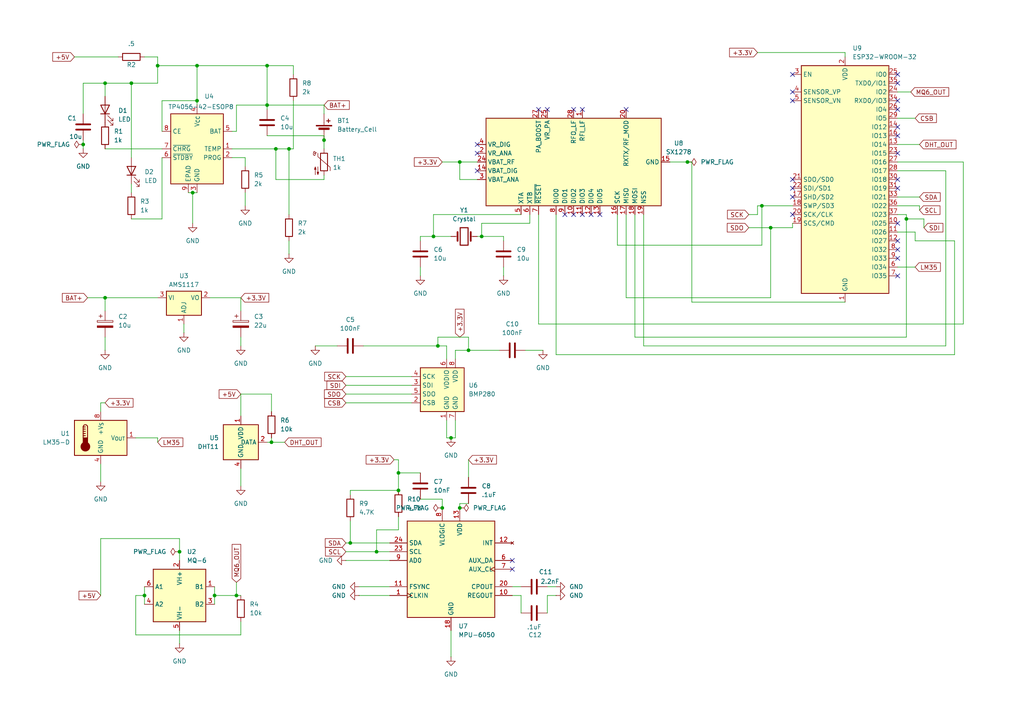
<source format=kicad_sch>
(kicad_sch (version 20250114) (generator "eeschema") (generator_version "9.0")
  (paper "A4")
  (lib_symbols
    (symbol "Battery_Management:TP4056-42-ESOP8"
      (property "Reference" "U" (at -6.604 11.684 0))
      (property "Value" "TP4056-42-ESOP8" (at 10.16 11.684 0))
      (symbol "TP4056-42-ESOP8_1_0"
        (pin input line (at -10.16 5.08 0) (length 2.54) (name "CE") (number "8"))
        (pin open_collector line (at -10.16 0 0) (length 2.54) (name "~{CHRG}") (number "7"))
        (pin open_collector line (at -10.16 -2.54 0) (length 2.54) (name "~{STDBY}") (number "6"))
        (pin passive line (at -2.54 -12.7 90) (length 2.54) (name "EPAD") (number "9"))
        (pin power_in line (at 0 12.7 270) (length 2.54) (name "V_{CC}") (number "4"))
        (pin power_in line (at 0 -12.7 90) (length 2.54) (name "GND") (number "3"))
        (pin power_out line (at 10.16 5.08 180) (length 2.54) (name "BAT") (number "5"))
        (pin input line (at 10.16 0 180) (length 2.54) (name "TEMP") (number "1"))
        (pin passive line (at 10.16 -2.54 180) (length 2.54) (name "PROG") (number "2"))
      )
    )
    (symbol "Device:Battery_Cell" (pin_numbers (hide yes)) (pin_names (offset 0) (hide yes))
      (property "Reference" "BT" (at 2.54 2.54 0))
      (property "Value" "Battery_Cell" (at 2.54 0 0))
      (symbol "Battery_Cell_1_1"
        (pin passive line (at 0 5.08 270) (length 2.54) (name "+") (number "1"))
        (pin passive line (at 0 -2.54 90) (length 2.54) (name "-") (number "2"))
      )
    )
    (symbol "Device:C" (pin_numbers (hide yes)) (pin_names (offset 0.254))
      (property "Reference" "C" (at 0.635 2.54 0))
      (property "Value" "C" (at 0.635 -2.54 0))
      (symbol "C_1_1"
        (pin passive line (at 0 3.81 270) (length 2.794) (name "~") (number "1"))
        (pin passive line (at 0 -3.81 90) (length 2.794) (name "~") (number "2"))
      )
    )
    (symbol "Device:C_Polarized" (pin_numbers (hide yes)) (pin_names (offset 0.254))
      (property "Reference" "C" (at 0.635 2.54 0))
      (property "Value" "C_Polarized" (at 0.635 -2.54 0))
      (symbol "C_Polarized_1_1"
        (pin passive line (at 0 3.81 270) (length 2.794) (name "~") (number "1"))
        (pin passive line (at 0 -3.81 90) (length 2.794) (name "~") (number "2"))
      )
    )
    (symbol "Device:Crystal" (pin_numbers (hide yes)) (pin_names (offset 1.016) (hide yes))
      (property "Reference" "Y" (at 0 3.81 0))
      (property "Value" "Crystal" (at 0 -3.81 0))
      (symbol "Crystal_1_1"
        (pin passive line (at -3.81 0 0) (length 1.27) (name "1") (number "1"))
        (pin passive line (at 3.81 0 180) (length 1.27) (name "2") (number "2"))
      )
    )
    (symbol "Device:LED" (pin_numbers (hide yes)) (pin_names (offset 1.016) (hide yes))
      (property "Reference" "D" (at 0 2.54 0))
      (property "Value" "LED" (at 0 -2.54 0))
      (symbol "LED_1_1"
        (pin passive line (at -3.81 0 0) (length 2.54) (name "K") (number "1"))
        (pin passive line (at 3.81 0 180) (length 2.54) (name "A") (number "2"))
      )
    )
    (symbol "Device:R" (pin_numbers (hide yes)) (pin_names (offset 0))
      (property "Reference" "R" (at 2.032 0 90))
      (property "Value" "R" (at 0 0 90))
      (symbol "R_1_1"
        (pin passive line (at 0 3.81 270) (length 1.27) (name "~") (number "1"))
        (pin passive line (at 0 -3.81 90) (length 1.27) (name "~") (number "2"))
      )
    )
    (symbol "Device:Thermistor_NTC" (pin_numbers (hide yes)) (pin_names (offset 0))
      (property "Reference" "TH" (at -4.445 0 90))
      (property "Value" "Thermistor_NTC" (at 3.175 0 90))
      (symbol "Thermistor_NTC_1_1"
        (pin passive line (at 0 3.81 270) (length 1.27) (name "~") (number "1"))
        (pin passive line (at 0 -3.81 90) (length 1.27) (name "~") (number "2"))
      )
    )
    (symbol "RF:SX1278"
      (property "Reference" "U" (at 13.97 24.13 0))
      (property "Value" "SX1278" (at 13.97 21.59 0))
      (symbol "SX1278_1_1"
        (pin bidirectional line (at -15.24 15.24 0) (length 2.54) (name "XTA") (number "5"))
        (pin bidirectional line (at -15.24 12.7 0) (length 2.54) (name "XTB") (number "6"))
        (pin input line (at -15.24 10.16 0) (length 2.54) (name "~{RESET}") (number "7"))
        (pin bidirectional line (at -15.24 5.08 0) (length 2.54) (name "DIO0") (number "8"))
        (pin bidirectional line (at -15.24 2.54 0) (length 2.54) (name "DIO1") (number "9"))
        (pin bidirectional line (at -15.24 0 0) (length 2.54) (name "DIO2") (number "10"))
        (pin bidirectional line (at -15.24 -2.54 0) (length 2.54) (name "DIO3") (number "11"))
        (pin bidirectional line (at -15.24 -5.08 0) (length 2.54) (name "DIO4") (number "12"))
        (pin bidirectional line (at -15.24 -7.62 0) (length 2.54) (name "DIO5") (number "13"))
        (pin input line (at -15.24 -12.7 0) (length 2.54) (name "SCK") (number "16"))
        (pin output line (at -15.24 -15.24 0) (length 2.54) (name "MISO") (number "17"))
        (pin input line (at -15.24 -17.78 0) (length 2.54) (name "MOSI") (number "18"))
        (pin input line (at -15.24 -20.32 0) (length 2.54) (name "NSS") (number "19"))
        (pin power_in line (at -5.08 27.94 270) (length 2.54) (name "VBAT_ANA") (number "3"))
        (pin power_in line (at -2.54 27.94 270) (length 2.54) (name "VBAT_DIG") (number "14"))
        (pin power_in line (at 0 27.94 270) (length 2.54) (name "VBAT_RF") (number "24"))
        (pin power_in line (at 0 -27.94 90) (length 2.54) (name "GND") (number "15"))
        (pin passive line (at 0 -27.94 90) (length 2.54) (hide yes) (name "GND") (number "21"))
        (pin passive line (at 0 -27.94 90) (length 2.54) (hide yes) (name "GND") (number "22"))
        (pin passive line (at 0 -27.94 90) (length 2.54) (hide yes) (name "GND") (number "23"))
        (pin passive line (at 0 -27.94 90) (length 2.54) (hide yes) (name "GND") (number "26"))
        (pin passive line (at 0 -27.94 90) (length 2.54) (hide yes) (name "GND") (number "29"))
        (pin power_in line (at 2.54 27.94 270) (length 2.54) (name "VR_ANA") (number "2"))
        (pin power_in line (at 5.08 27.94 270) (length 2.54) (name "VR_DIG") (number "4"))
        (pin power_out line (at 15.24 10.16 180) (length 2.54) (name "PA_BOOST") (number "27"))
        (pin power_out line (at 15.24 7.62 180) (length 2.54) (name "VR_PA") (number "25"))
        (pin output line (at 15.24 0 180) (length 2.54) (name "RFO_LF") (number "28"))
        (pin input line (at 15.24 -2.54 180) (length 2.54) (name "RFI_LF") (number "1"))
        (pin output line (at 15.24 -15.24 180) (length 2.54) (name "RXTX/RF_MOD") (number "20"))
      )
    )
    (symbol "RF_Module:ESP32-WROOM-32"
      (property "Reference" "U" (at -12.7 34.29 0))
      (property "Value" "ESP32-WROOM-32" (at 1.27 34.29 0))
      (symbol "ESP32-WROOM-32_1_1"
        (pin input line (at -15.24 30.48 0) (length 2.54) (name "EN") (number "3"))
        (pin input line (at -15.24 25.4 0) (length 2.54) (name "SENSOR_VP") (number "4"))
        (pin input line (at -15.24 22.86 0) (length 2.54) (name "SENSOR_VN") (number "5"))
        (pin bidirectional line (at -15.24 0 0) (length 2.54) (name "SDO/SD0") (number "21"))
        (pin bidirectional line (at -15.24 -2.54 0) (length 2.54) (name "SDI/SD1") (number "22"))
        (pin bidirectional line (at -15.24 -5.08 0) (length 2.54) (name "SHD/SD2") (number "17"))
        (pin bidirectional line (at -15.24 -7.62 0) (length 2.54) (name "SWP/SD3") (number "18"))
        (pin bidirectional line (at -15.24 -10.16 0) (length 2.54) (name "SCK/CLK") (number "20"))
        (pin bidirectional line (at -15.24 -12.7 0) (length 2.54) (name "SCS/CMD") (number "19"))
        (pin no_connect line (at -12.7 -27.94 0) (length 2.54) (hide yes) (name "NC") (number "32"))
        (pin power_in line (at 0 35.56 270) (length 2.54) (name "VDD") (number "2"))
        (pin power_in line (at 0 -35.56 90) (length 2.54) (name "GND") (number "1"))
        (pin passive line (at 0 -35.56 90) (length 2.54) (hide yes) (name "GND") (number "15"))
        (pin passive line (at 0 -35.56 90) (length 2.54) (hide yes) (name "GND") (number "38"))
        (pin passive line (at 0 -35.56 90) (length 2.54) (hide yes) (name "GND") (number "39"))
        (pin bidirectional line (at 15.24 30.48 180) (length 2.54) (name "IO0") (number "25"))
        (pin bidirectional line (at 15.24 27.94 180) (length 2.54) (name "TXD0/IO1") (number "35"))
        (pin bidirectional line (at 15.24 25.4 180) (length 2.54) (name "IO2") (number "24"))
        (pin bidirectional line (at 15.24 22.86 180) (length 2.54) (name "RXD0/IO3") (number "34"))
        (pin bidirectional line (at 15.24 20.32 180) (length 2.54) (name "IO4") (number "26"))
        (pin bidirectional line (at 15.24 17.78 180) (length 2.54) (name "IO5") (number "29"))
        (pin bidirectional line (at 15.24 15.24 180) (length 2.54) (name "IO12") (number "14"))
        (pin bidirectional line (at 15.24 12.7 180) (length 2.54) (name "IO13") (number "16"))
        (pin bidirectional line (at 15.24 10.16 180) (length 2.54) (name "IO14") (number "13"))
        (pin bidirectional line (at 15.24 7.62 180) (length 2.54) (name "IO15") (number "23"))
        (pin bidirectional line (at 15.24 5.08 180) (length 2.54) (name "IO16") (number "27"))
        (pin bidirectional line (at 15.24 2.54 180) (length 2.54) (name "IO17") (number "28"))
        (pin bidirectional line (at 15.24 0 180) (length 2.54) (name "IO18") (number "30"))
        (pin bidirectional line (at 15.24 -2.54 180) (length 2.54) (name "IO19") (number "31"))
        (pin bidirectional line (at 15.24 -5.08 180) (length 2.54) (name "IO21") (number "33"))
        (pin bidirectional line (at 15.24 -7.62 180) (length 2.54) (name "IO22") (number "36"))
        (pin bidirectional line (at 15.24 -10.16 180) (length 2.54) (name "IO23") (number "37"))
        (pin bidirectional line (at 15.24 -12.7 180) (length 2.54) (name "IO25") (number "10"))
        (pin bidirectional line (at 15.24 -15.24 180) (length 2.54) (name "IO26") (number "11"))
        (pin bidirectional line (at 15.24 -17.78 180) (length 2.54) (name "IO27") (number "12"))
        (pin bidirectional line (at 15.24 -20.32 180) (length 2.54) (name "IO32") (number "8"))
        (pin bidirectional line (at 15.24 -22.86 180) (length 2.54) (name "IO33") (number "9"))
        (pin input line (at 15.24 -25.4 180) (length 2.54) (name "IO34") (number "6"))
        (pin input line (at 15.24 -27.94 180) (length 2.54) (name "IO35") (number "7"))
      )
    )
    (symbol "Regulator_Linear:AMS1117"
      (property "Reference" "U" (at -3.81 3.175 0))
      (property "Value" "AMS1117" (at 0 3.175 0))
      (symbol "AMS1117_1_1"
        (pin power_in line (at -7.62 0 0) (length 2.54) (name "VI") (number "3"))
        (pin input line (at 0 -7.62 90) (length 2.54) (name "ADJ") (number "1"))
        (pin power_out line (at 7.62 0 180) (length 2.54) (name "VO") (number "2"))
      )
    )
    (symbol "Sensor:DHT11"
      (property "Reference" "U" (at -3.81 6.35 0))
      (property "Value" "DHT11" (at 3.81 6.35 0))
      (symbol "DHT11_1_1"
        (pin no_connect line (at -5.08 0 0) (length 2.54) (hide yes) (name "NC") (number "3"))
        (pin power_in line (at 0 7.62 270) (length 2.54) (name "VDD") (number "1"))
        (pin power_in line (at 0 -7.62 90) (length 2.54) (name "GND") (number "4"))
        (pin bidirectional line (at 7.62 0 180) (length 2.54) (name "DATA") (number "2"))
      )
    )
    (symbol "Sensor_Gas:MQ-6"
      (property "Reference" "U" (at -6.35 8.89 0))
      (property "Value" "MQ-6" (at 3.81 8.89 0))
      (symbol "MQ-6_1_1"
        (pin passive line (at -10.16 2.54 0) (length 2.54) (name "A1") (number "6"))
        (pin passive line (at -10.16 -2.54 0) (length 2.54) (name "A2") (number "4"))
        (pin power_in line (at 0 10.16 270) (length 2.54) (name "VH+") (number "2"))
        (pin power_in line (at 0 -10.16 90) (length 2.54) (name "VH-") (number "5"))
        (pin passive line (at 10.16 2.54 180) (length 2.54) (name "B1") (number "1"))
        (pin passive line (at 10.16 -2.54 180) (length 2.54) (name "B2") (number "3"))
      )
    )
    (symbol "Sensor_Motion:MPU-6050"
      (property "Reference" "U7" (at 2.1433 -16.51 0))
      (property "Value" "MPU-6050" (at 2.1433 -19.05 0))
      (symbol "MPU-6050_0_0"
        (text "" (at 12.7 -2.54 0) (effects (font (size 1.27 1.27))))
      )
      (symbol "MPU-6050_1_1"
        (pin bidirectional line (at -17.78 7.62 0) (length 5.08) (name "SDA") (number "24"))
        (pin input line (at -17.78 5.08 0) (length 5.08) (name "SCL") (number "23"))
        (pin input line (at -17.78 2.54 0) (length 5.08) (name "AD0") (number "9"))
        (pin input line (at -17.78 -5.08 0) (length 5.08) (name "FSYNC") (number "11"))
        (pin input clock (at -17.78 -7.62 0) (length 5.08) (name "CLKIN") (number "1"))
        (pin no_connect line (at -12.7 12.7 0) (length 2.54) (hide yes) (name "NC") (number "2"))
        (pin no_connect line (at -12.7 10.16 0) (length 2.54) (hide yes) (name "NC") (number "3"))
        (pin no_connect line (at -12.7 0 0) (length 2.54) (hide yes) (name "NC") (number "4"))
        (pin no_connect line (at -12.7 -2.54 0) (length 2.54) (hide yes) (name "NC") (number "5"))
        (pin no_connect line (at -12.7 -10.16 0) (length 2.54) (hide yes) (name "NC") (number "14"))
        (pin power_in line (at -2.54 17.78 270) (length 3.81) (name "VLOGIC") (number "8"))
        (pin power_in line (at 0 -17.78 90) (length 3.81) (name "GND") (number "18"))
        (pin power_in line (at 2.54 17.78 270) (length 3.81) (name "VDD") (number "13"))
        (pin no_connect line (at 12.7 12.7 180) (length 2.54) (hide yes) (name "NC") (number "15"))
        (pin no_connect line (at 12.7 10.16 180) (length 2.54) (hide yes) (name "NC") (number "16"))
        (pin no_connect line (at 12.7 5.08 180) (length 2.54) (hide yes) (name "NC") (number "17"))
        (pin no_connect line (at 12.7 -2.54 180) (length 2.54) (hide yes) (name "RESV") (number "21"))
        (pin no_connect line (at 12.7 -10.16 180) (length 2.54) (hide yes) (name "RESV") (number "19"))
        (pin no_connect line (at 12.7 -12.7 180) (length 2.54) (hide yes) (name "RESV") (number "22"))
        (pin no_connect line (at 17.78 7.62 180) (length 5.08) (name "INT") (number "12"))
        (pin bidirectional line (at 17.78 2.54 180) (length 5.08) (name "AUX_DA") (number "6"))
        (pin output clock (at 17.78 0 180) (length 5.08) (name "AUX_CL") (number "7"))
        (pin passive line (at 17.78 -5.08 180) (length 5.08) (name "CPOUT") (number "20"))
        (pin passive line (at 17.78 -7.62 180) (length 5.08) (name "REGOUT") (number "10"))
      )
    )
    (symbol "Sensor_Pressure:BMP280"
      (property "Reference" "U" (at -7.62 10.16 0))
      (property "Value" "BMP280" (at 5.08 10.16 0))
      (symbol "BMP280_1_1"
        (pin input line (at -10.16 5.08 0) (length 2.54) (name "SCK") (number "4"))
        (pin bidirectional line (at -10.16 2.54 0) (length 2.54) (name "SDI") (number "3"))
        (pin bidirectional line (at -10.16 0 0) (length 2.54) (name "SDO") (number "5"))
        (pin input line (at -10.16 -2.54 0) (length 2.54) (name "CSB") (number "2"))
        (pin power_in line (at 0 10.16 270) (length 2.54) (name "VDDIO") (number "6"))
        (pin power_in line (at 0 -7.62 90) (length 2.54) (name "GND") (number "1"))
        (pin power_in line (at 2.54 10.16 270) (length 2.54) (name "VDD") (number "8"))
        (pin power_in line (at 2.54 -7.62 90) (length 2.54) (name "GND") (number "7"))
      )
    )
    (symbol "Sensor_Temperature:LM35-D"
      (property "Reference" "U" (at -6.35 6.35 0))
      (property "Value" "LM35-D" (at 1.27 6.35 0))
      (symbol "LM35-D_1_1"
        (pin no_connect line (at -2.54 5.08 270) (length 2.54) (hide yes) (name "NC") (number "3"))
        (pin no_connect line (at -2.54 -5.08 90) (length 2.54) (hide yes) (name "NC") (number "2"))
        (pin power_in line (at 0 7.62 270) (length 2.54) (name "+V_{S}") (number "8"))
        (pin power_in line (at 0 -7.62 90) (length 2.54) (name "GND") (number "4"))
        (pin no_connect line (at 2.54 -5.08 90) (length 2.54) (hide yes) (name "NC") (number "5"))
        (pin no_connect line (at 5.08 -5.08 90) (length 2.54) (hide yes) (name "NC") (number "6"))
        (pin no_connect line (at 7.62 2.54 180) (length 2.54) (hide yes) (name "NC") (number "7"))
        (pin output line (at 10.16 0 180) (length 2.54) (name "V_{OUT}") (number "1"))
      )
    )
    (symbol "power:GND" (power) (pin_numbers (hide yes)) (pin_names (offset 0) (hide yes))
      (property "Value" "GND" (at 0 -3.81 0))
      (symbol "GND_1_1"
        (pin power_in line (at 0 0 270) (length 0) (name "~") (number "1"))
      )
    )
    (symbol "power:PWR_FLAG" (power) (pin_numbers (hide yes)) (pin_names (offset 0) (hide yes))
      (property "Value" "PWR_FLAG" (at 0 3.81 0))
      (symbol "PWR_FLAG_0_0"
        (pin power_out line (at 0 0 90) (length 0) (name "~") (number "1"))
      )
    )
  )
  (junction (at 128.27 147.32))
  (junction (at 52.07 160.02))
  (junction (at 55.88 55.88))
  (junction (at 68.58 172.72))
  (junction (at 57.15 29.21))
  (junction (at 220.98 59.69))
  (junction (at 57.15 19.05))
  (junction (at 139.7 68.58))
  (junction (at 93.98 40.64))
  (junction (at 109.22 160.02))
  (junction (at 30.48 24.13))
  (junction (at 130.81 127))
  (junction (at 125.73 68.58))
  (junction (at 77.47 19.05))
  (junction (at 127 100.33))
  (junction (at 223.52 66.04))
  (junction (at 30.48 86.36))
  (junction (at 262.89 63.5))
  (junction (at 45.72 19.05))
  (junction (at 83.82 43.18))
  (junction (at 135.89 101.6))
  (junction (at 133.35 46.99))
  (junction (at 115.57 142.24))
  (junction (at 115.57 137.16))
  (junction (at 78.74 128.27))
  (junction (at 101.6 157.48))
  (junction (at 199.39 46.99))
  (junction (at 62.23 172.72))
  (junction (at 77.47 30.48))
  (junction (at 41.91 172.72))
  (junction (at 38.1 24.13))
  (junction (at 80.01 43.18))
  (junction (at 24.13 41.91))
  (junction (at 133.35 147.32))
  (no_connect (at 260.35 54.61))
  (no_connect (at 229.87 57.15))
  (no_connect (at 148.59 162.56))
  (no_connect (at 260.35 21.59))
  (no_connect (at 168.91 31.75))
  (no_connect (at 171.45 62.23))
  (no_connect (at 229.87 21.59))
  (no_connect (at 229.87 54.61))
  (no_connect (at 260.35 31.75))
  (no_connect (at 229.87 26.67))
  (no_connect (at 260.35 80.01))
  (no_connect (at 260.35 52.07))
  (no_connect (at 156.21 31.75))
  (no_connect (at 229.87 29.21))
  (no_connect (at 260.35 72.39))
  (no_connect (at 138.43 44.45))
  (no_connect (at 181.61 31.75))
  (no_connect (at 229.87 52.07))
  (no_connect (at 166.37 31.75))
  (no_connect (at 163.83 62.23))
  (no_connect (at 260.35 39.37))
  (no_connect (at 138.43 49.53))
  (no_connect (at 260.35 24.13))
  (no_connect (at 173.99 62.23))
  (no_connect (at 260.35 74.93))
  (no_connect (at 260.35 69.85))
  (no_connect (at 166.37 62.23))
  (no_connect (at 260.35 29.21))
  (no_connect (at 260.35 44.45))
  (no_connect (at 260.35 36.83))
  (no_connect (at 138.43 41.91))
  (no_connect (at 229.87 62.23))
  (no_connect (at 148.59 165.1))
  (no_connect (at 168.91 62.23))
  (no_connect (at 158.75 31.75))
  (no_connect (at 260.35 64.77))
  (wire (pts (xy 245.11 87.63) (xy 200.66 87.63)))
  (wire (pts (xy 77.47 19.05) (xy 85.09 19.05)))
  (wire (pts (xy 229.87 66.04) (xy 229.87 64.77)))
  (wire (pts (xy 179.07 71.12) (xy 220.98 71.12)))
  (wire (pts (xy 132.08 101.6) (xy 132.08 104.14)))
  (wire (pts (xy 138.43 52.07) (xy 133.35 52.07)))
  (wire (pts (xy 260.35 77.47) (xy 265.43 77.47)))
  (wire (pts (xy 69.85 114.3) (xy 69.85 120.65)))
  (wire (pts (xy 60.96 86.36) (xy 69.85 86.36)))
  (wire (pts (xy 217.17 62.23) (xy 219.71 62.23)))
  (wire (pts (xy 52.07 182.88) (xy 52.07 186.69)))
  (wire (pts (xy 200.66 46.99) (xy 199.39 46.99)))
  (wire (pts (xy 144.78 101.6) (xy 135.89 101.6)))
  (wire (pts (xy 69.85 135.89) (xy 69.85 140.97)))
  (wire (pts (xy 46.99 38.1) (xy 46.99 29.21)))
  (wire (pts (xy 39.37 172.72) (xy 41.91 172.72)))
  (wire (pts (xy 129.54 121.92) (xy 129.54 127)))
  (wire (pts (xy 45.72 127) (xy 39.37 127)))
  (wire (pts (xy 128.27 144.78) (xy 128.27 147.32)))
  (wire (pts (xy 45.72 16.51) (xy 41.91 16.51)))
  (wire (pts (xy 30.48 24.13) (xy 38.1 24.13)))
  (wire (pts (xy 151.13 172.72) (xy 148.59 172.72)))
  (wire (pts (xy 57.15 19.05) (xy 77.47 19.05)))
  (wire (pts (xy 276.86 69.85) (xy 265.43 69.85)))
  (wire (pts (xy 67.31 38.1) (xy 68.58 38.1)))
  (wire (pts (xy 93.98 52.07) (xy 80.01 52.07)))
  (wire (pts (xy 85.09 29.21) (xy 85.09 43.18)))
  (wire (pts (xy 127 97.79) (xy 127 100.33)))
  (wire (pts (xy 153.67 62.23) (xy 153.67 64.77)))
  (wire (pts (xy 77.47 39.37) (xy 93.98 39.37)))
  (wire (pts (xy 91.44 100.33) (xy 97.79 100.33)))
  (wire (pts (xy 101.6 142.24) (xy 115.57 142.24)))
  (wire (pts (xy 260.35 59.69) (xy 266.7 59.69)))
  (wire (pts (xy 69.85 114.3) (xy 78.74 114.3)))
  (wire (pts (xy 219.71 59.69) (xy 220.98 59.69)))
  (wire (pts (xy 85.09 43.18) (xy 83.82 43.18)))
  (wire (pts (xy 266.7 59.69) (xy 266.7 60.96)))
  (wire (pts (xy 100.33 111.76) (xy 119.38 111.76)))
  (wire (pts (xy 260.35 26.67) (xy 264.16 26.67)))
  (wire (pts (xy 101.6 157.48) (xy 113.03 157.48)))
  (wire (pts (xy 133.35 46.99) (xy 138.43 46.99)))
  (wire (pts (xy 179.07 62.23) (xy 179.07 71.12)))
  (wire (pts (xy 109.22 153.67) (xy 109.22 160.02)))
  (wire (pts (xy 71.12 55.88) (xy 71.12 59.69)))
  (wire (pts (xy 139.7 68.58) (xy 146.05 68.58)))
  (wire (pts (xy 138.43 68.58) (xy 139.7 68.58)))
  (wire (pts (xy 25.4 86.36) (xy 30.48 86.36)))
  (wire (pts (xy 267.97 66.04) (xy 267.97 63.5)))
  (wire (pts (xy 45.72 128.27) (xy 45.72 127)))
  (wire (pts (xy 125.73 68.58) (xy 130.81 68.58)))
  (wire (pts (xy 77.47 30.48) (xy 77.47 31.75)))
  (wire (pts (xy 83.82 69.85) (xy 83.82 73.66)))
  (wire (pts (xy 57.15 19.05) (xy 57.15 29.21)))
  (wire (pts (xy 151.13 177.8) (xy 151.13 172.72)))
  (wire (pts (xy 29.21 134.62) (xy 29.21 139.7)))
  (wire (pts (xy 69.85 184.15) (xy 39.37 184.15)))
  (wire (pts (xy 24.13 33.02) (xy 24.13 24.13)))
  (wire (pts (xy 156.21 93.98) (xy 279.4 93.98)))
  (wire (pts (xy 41.91 170.18) (xy 41.91 172.72)))
  (wire (pts (xy 29.21 119.38) (xy 29.21 116.84)))
  (wire (pts (xy 77.47 128.27) (xy 78.74 128.27)))
  (wire (pts (xy 127 100.33) (xy 129.54 100.33)))
  (wire (pts (xy 274.32 100.33) (xy 274.32 49.53)))
  (wire (pts (xy 115.57 137.16) (xy 115.57 142.24)))
  (wire (pts (xy 29.21 156.21) (xy 29.21 172.72)))
  (wire (pts (xy 52.07 160.02) (xy 52.07 156.21)))
  (wire (pts (xy 265.43 67.31) (xy 260.35 67.31)))
  (wire (pts (xy 262.89 63.5) (xy 262.89 97.79)))
  (wire (pts (xy 115.57 137.16) (xy 121.92 137.16)))
  (wire (pts (xy 260.35 46.99) (xy 279.4 46.99)))
  (wire (pts (xy 30.48 86.36) (xy 45.72 86.36)))
  (wire (pts (xy 38.1 53.34) (xy 38.1 55.88)))
  (wire (pts (xy 78.74 128.27) (xy 82.55 128.27)))
  (wire (pts (xy 80.01 52.07) (xy 80.01 43.18)))
  (wire (pts (xy 127 97.79) (xy 135.89 97.79)))
  (wire (pts (xy 139.7 64.77) (xy 139.7 68.58)))
  (wire (pts (xy 93.98 50.8) (xy 93.98 52.07)))
  (wire (pts (xy 38.1 63.5) (xy 46.99 63.5)))
  (wire (pts (xy 114.3 133.35) (xy 115.57 133.35)))
  (wire (pts (xy 129.54 127) (xy 130.81 127)))
  (wire (pts (xy 274.32 49.53) (xy 260.35 49.53)))
  (wire (pts (xy 45.72 16.51) (xy 45.72 19.05)))
  (wire (pts (xy 267.97 63.5) (xy 262.89 63.5)))
  (wire (pts (xy 68.58 172.72) (xy 62.23 172.72)))
  (wire (pts (xy 265.43 69.85) (xy 265.43 67.31)))
  (wire (pts (xy 67.31 45.72) (xy 71.12 45.72)))
  (wire (pts (xy 146.05 69.85) (xy 146.05 68.58)))
  (wire (pts (xy 223.52 86.36) (xy 223.52 66.04)))
  (wire (pts (xy 100.33 114.3) (xy 119.38 114.3)))
  (wire (pts (xy 67.31 43.18) (xy 80.01 43.18)))
  (wire (pts (xy 105.41 100.33) (xy 127 100.33)))
  (wire (pts (xy 220.98 71.12) (xy 220.98 59.69)))
  (wire (pts (xy 260.35 57.15) (xy 266.7 57.15)))
  (wire (pts (xy 181.61 62.23) (xy 181.61 86.36)))
  (wire (pts (xy 109.22 160.02) (xy 113.03 160.02)))
  (wire (pts (xy 93.98 39.37) (xy 93.98 40.64)))
  (wire (pts (xy 29.21 116.84) (xy 30.48 116.84)))
  (wire (pts (xy 69.85 172.72) (xy 68.58 172.72)))
  (wire (pts (xy 45.72 19.05) (xy 45.72 24.13)))
  (wire (pts (xy 69.85 86.36) (xy 69.85 90.17)))
  (wire (pts (xy 78.74 127) (xy 78.74 128.27)))
  (wire (pts (xy 121.92 77.47) (xy 121.92 80.01)))
  (wire (pts (xy 125.73 62.23) (xy 151.13 62.23)))
  (wire (pts (xy 68.58 30.48) (xy 77.47 30.48)))
  (wire (pts (xy 55.88 55.88) (xy 57.15 55.88)))
  (wire (pts (xy 39.37 184.15) (xy 39.37 172.72)))
  (wire (pts (xy 121.92 68.58) (xy 125.73 68.58)))
  (wire (pts (xy 80.01 43.18) (xy 83.82 43.18)))
  (wire (pts (xy 30.48 86.36) (xy 30.48 90.17)))
  (wire (pts (xy 55.88 55.88) (xy 55.88 64.77)))
  (wire (pts (xy 223.52 66.04) (xy 229.87 66.04)))
  (wire (pts (xy 78.74 114.3) (xy 78.74 119.38)))
  (wire (pts (xy 68.58 38.1) (xy 68.58 30.48)))
  (wire (pts (xy 153.67 64.77) (xy 139.7 64.77)))
  (wire (pts (xy 161.29 62.23) (xy 161.29 102.87)))
  (wire (pts (xy 245.11 15.24) (xy 245.11 16.51)))
  (wire (pts (xy 148.59 170.18) (xy 151.13 170.18)))
  (wire (pts (xy 279.4 93.98) (xy 279.4 46.99)))
  (wire (pts (xy 115.57 149.86) (xy 115.57 153.67)))
  (wire (pts (xy 100.33 162.56) (xy 113.03 162.56)))
  (wire (pts (xy 129.54 100.33) (xy 129.54 104.14)))
  (wire (pts (xy 77.47 19.05) (xy 77.47 30.48)))
  (wire (pts (xy 46.99 29.21) (xy 57.15 29.21)))
  (wire (pts (xy 52.07 162.56) (xy 52.07 160.02)))
  (wire (pts (xy 57.15 30.48) (xy 57.15 29.21)))
  (wire (pts (xy 121.92 144.78) (xy 128.27 144.78)))
  (wire (pts (xy 38.1 24.13) (xy 45.72 24.13)))
  (wire (pts (xy 199.39 46.99) (xy 194.31 46.99)))
  (wire (pts (xy 104.14 170.18) (xy 113.03 170.18)))
  (wire (pts (xy 93.98 30.48) (xy 77.47 30.48)))
  (wire (pts (xy 38.1 24.13) (xy 38.1 45.72)))
  (wire (pts (xy 128.27 46.99) (xy 133.35 46.99)))
  (wire (pts (xy 100.33 109.22) (xy 119.38 109.22)))
  (wire (pts (xy 133.35 52.07) (xy 133.35 46.99)))
  (wire (pts (xy 186.69 62.23) (xy 186.69 100.33)))
  (wire (pts (xy 158.75 172.72) (xy 158.75 177.8)))
  (wire (pts (xy 45.72 19.05) (xy 57.15 19.05)))
  (wire (pts (xy 121.92 69.85) (xy 121.92 68.58)))
  (wire (pts (xy 219.71 15.24) (xy 245.11 15.24)))
  (wire (pts (xy 69.85 97.79) (xy 69.85 100.33)))
  (wire (pts (xy 161.29 172.72) (xy 158.75 172.72)))
  (wire (pts (xy 62.23 172.72) (xy 62.23 175.26)))
  (wire (pts (xy 156.21 62.23) (xy 156.21 93.98)))
  (wire (pts (xy 125.73 62.23) (xy 125.73 68.58)))
  (wire (pts (xy 260.35 34.29) (xy 265.43 34.29)))
  (wire (pts (xy 186.69 100.33) (xy 274.32 100.33)))
  (wire (pts (xy 30.48 97.79) (xy 30.48 101.6)))
  (wire (pts (xy 115.57 133.35) (xy 115.57 137.16)))
  (wire (pts (xy 30.48 43.18) (xy 46.99 43.18)))
  (wire (pts (xy 184.15 97.79) (xy 262.89 97.79)))
  (wire (pts (xy 101.6 151.13) (xy 101.6 157.48)))
  (wire (pts (xy 54.61 55.88) (xy 55.88 55.88)))
  (wire (pts (xy 53.34 93.98) (xy 53.34 96.52)))
  (wire (pts (xy 219.71 62.23) (xy 219.71 59.69)))
  (wire (pts (xy 100.33 157.48) (xy 101.6 157.48)))
  (wire (pts (xy 24.13 24.13) (xy 30.48 24.13)))
  (wire (pts (xy 30.48 27.94) (xy 30.48 24.13)))
  (wire (pts (xy 132.08 121.92) (xy 132.08 127)))
  (wire (pts (xy 62.23 170.18) (xy 62.23 172.72)))
  (wire (pts (xy 101.6 142.24) (xy 101.6 143.51)))
  (wire (pts (xy 100.33 116.84) (xy 119.38 116.84)))
  (wire (pts (xy 93.98 40.64) (xy 93.98 43.18)))
  (wire (pts (xy 135.89 101.6) (xy 132.08 101.6)))
  (wire (pts (xy 46.99 45.72) (xy 46.99 63.5)))
  (wire (pts (xy 161.29 102.87) (xy 276.86 102.87)))
  (wire (pts (xy 83.82 43.18) (xy 83.82 62.23)))
  (wire (pts (xy 104.14 172.72) (xy 113.03 172.72)))
  (wire (pts (xy 115.57 153.67) (xy 109.22 153.67)))
  (wire (pts (xy 85.09 19.05) (xy 85.09 21.59)))
  (wire (pts (xy 52.07 156.21) (xy 29.21 156.21)))
  (wire (pts (xy 146.05 77.47) (xy 146.05 80.01)))
  (wire (pts (xy 130.81 182.88) (xy 130.81 190.5)))
  (wire (pts (xy 200.66 46.99) (xy 200.66 87.63)))
  (wire (pts (xy 24.13 40.64) (xy 24.13 41.91)))
  (wire (pts (xy 93.98 33.02) (xy 93.98 30.48)))
  (wire (pts (xy 68.58 168.91) (xy 68.58 172.72)))
  (wire (pts (xy 69.85 180.34) (xy 69.85 184.15)))
  (wire (pts (xy 181.61 86.36) (xy 223.52 86.36)))
  (wire (pts (xy 100.33 160.02) (xy 109.22 160.02)))
  (wire (pts (xy 152.4 101.6) (xy 157.48 101.6)))
  (wire (pts (xy 34.29 16.51) (xy 21.59 16.51)))
  (wire (pts (xy 184.15 62.23) (xy 184.15 97.79)))
  (wire (pts (xy 41.91 172.72) (xy 41.91 175.26)))
  (wire (pts (xy 71.12 45.72) (xy 71.12 48.26)))
  (wire (pts (xy 24.13 41.91) (xy 24.13 43.18)))
  (wire (pts (xy 262.89 62.23) (xy 260.35 62.23)))
  (wire (pts (xy 217.17 66.04) (xy 223.52 66.04)))
  (wire (pts (xy 276.86 102.87) (xy 276.86 69.85)))
  (wire (pts (xy 135.89 97.79) (xy 135.89 101.6)))
  (wire (pts (xy 135.89 133.35) (xy 135.89 138.43)))
  (wire (pts (xy 135.89 146.05) (xy 133.35 146.05)))
  (wire (pts (xy 260.35 41.91) (xy 266.7 41.91)))
  (wire (pts (xy 220.98 59.69) (xy 229.87 59.69)))
  (wire (pts (xy 132.08 127) (xy 130.81 127)))
  (wire (pts (xy 133.35 146.05) (xy 133.35 147.32)))
  (wire (pts (xy 158.75 170.18) (xy 161.29 170.18)))
  (wire (pts (xy 262.89 62.23) (xy 262.89 63.5)))
  (global_label "SDI" (shape input) (at 267.97 66.04 0) (property "Intersheetrefs" "${INTERSHEET_REFS}" (effects (hide yes))))
  (global_label "+3.3V" (shape input) (at 135.89 133.35 0) (property "Intersheetrefs" "${INTERSHEET_REFS}" (effects (hide yes))))
  (global_label "SCK" (shape input) (at 217.17 62.23 180) (property "Intersheetrefs" "${INTERSHEET_REFS}" (effects (hide yes))))
  (global_label "+3.3V" (shape input) (at 114.3 133.35 180) (property "Intersheetrefs" "${INTERSHEET_REFS}" (effects (hide yes))))
  (global_label "SDI" (shape input) (at 100.33 111.76 180) (property "Intersheetrefs" "${INTERSHEET_REFS}" (effects (hide yes))))
  (global_label "DHT_OUT" (shape input) (at 82.55 128.27 0) (property "Intersheetrefs" "${INTERSHEET_REFS}" (effects (hide yes))))
  (global_label "DHT_OUT" (shape input) (at 266.7 41.91 0) (property "Intersheetrefs" "${INTERSHEET_REFS}" (effects (hide yes))))
  (global_label "+5V" (shape input) (at 21.59 16.51 180) (property "Intersheetrefs" "${INTERSHEET_REFS}" (effects (hide yes))))
  (global_label "MQ6_OUT" (shape input) (at 264.16 26.67 0) (property "Intersheetrefs" "${INTERSHEET_REFS}" (effects (hide yes))))
  (global_label "SCL" (shape input) (at 100.33 160.02 180) (property "Intersheetrefs" "${INTERSHEET_REFS}" (effects (hide yes))))
  (global_label "+3.3V" (shape input) (at 30.48 116.84 0) (property "Intersheetrefs" "${INTERSHEET_REFS}" (effects (hide yes))))
  (global_label "BAT+" (shape input) (at 93.98 30.48 0) (property "Intersheetrefs" "${INTERSHEET_REFS}" (effects (hide yes))))
  (global_label "+3.3V" (shape input) (at 219.71 15.24 180) (property "Intersheetrefs" "${INTERSHEET_REFS}" (effects (hide yes))))
  (global_label "SDO" (shape input) (at 100.33 114.3 180) (property "Intersheetrefs" "${INTERSHEET_REFS}" (effects (hide yes))))
  (global_label "SCL" (shape input) (at 266.7 60.96 0) (property "Intersheetrefs" "${INTERSHEET_REFS}" (effects (hide yes))))
  (global_label "+3.3V" (shape input) (at 133.35 97.79 90) (property "Intersheetrefs" "${INTERSHEET_REFS}" (effects (hide yes))))
  (global_label "SCK" (shape input) (at 100.33 109.22 180) (property "Intersheetrefs" "${INTERSHEET_REFS}" (effects (hide yes))))
  (global_label "CSB" (shape input) (at 100.33 116.84 180) (property "Intersheetrefs" "${INTERSHEET_REFS}" (effects (hide yes))))
  (global_label "+5V" (shape input) (at 29.21 172.72 180) (property "Intersheetrefs" "${INTERSHEET_REFS}" (effects (hide yes))))
  (global_label "CSB" (shape input) (at 265.43 34.29 0) (property "Intersheetrefs" "${INTERSHEET_REFS}" (effects (hide yes))))
  (global_label "MQ6_OUT" (shape input) (at 68.58 168.91 90) (property "Intersheetrefs" "${INTERSHEET_REFS}" (effects (hide yes))))
  (global_label "LM35" (shape input) (at 265.43 77.47 0) (property "Intersheetrefs" "${INTERSHEET_REFS}" (effects (hide yes))))
  (global_label "+3.3V" (shape input) (at 69.85 86.36 0) (property "Intersheetrefs" "${INTERSHEET_REFS}" (effects (hide yes))))
  (global_label "+3.3V" (shape input) (at 128.27 46.99 180) (property "Intersheetrefs" "${INTERSHEET_REFS}" (effects (hide yes))))
  (global_label "SDA" (shape input) (at 100.33 157.48 180) (property "Intersheetrefs" "${INTERSHEET_REFS}" (effects (hide yes))))
  (global_label "SDO" (shape input) (at 217.17 66.04 180) (property "Intersheetrefs" "${INTERSHEET_REFS}" (effects (hide yes))))
  (global_label "SDA" (shape input) (at 266.7 57.15 0) (property "Intersheetrefs" "${INTERSHEET_REFS}" (effects (hide yes))))
  (global_label "+5V" (shape input) (at 69.85 114.3 180) (property "Intersheetrefs" "${INTERSHEET_REFS}" (effects (hide yes))))
  (global_label "BAT+" (shape input) (at 25.4 86.36 180) (property "Intersheetrefs" "${INTERSHEET_REFS}" (effects (hide yes))))
  (global_label "LM35" (shape input) (at 45.72 128.27 0) (property "Intersheetrefs" "${INTERSHEET_REFS}" (effects (hide yes))))
  (symbol (lib_id "power:GND") (at 130.81 127 0) (unit 1)
    (property "Reference" "#PWR016" (effects (hide yes)))
    (property "Value" "GND" (at 130.81 132.08 0))
    (property "Description" "Power symbol creates a global label with name \"GND\" , ground" (effects (hide yes)))
  )
  (symbol (lib_id "Device:C") (at 154.94 177.8 90) (unit 1)
    (property "Reference" "C12" (at 155.194 184.15 90))
    (property "Value" ".1uF" (at 154.94 181.864 90))
    (property "Footprint" "Capacitor_SMD:C_0805_2012Metric" (effects (hide yes)))
    (property "Description" "Unpolarized capacitor" (effects (hide yes)))
  )
  (symbol (lib_id "Device:R") (at 38.1 59.69 0) (unit 1)
    (property "Reference" "R3" (at 40.64 58.4199 0) (effects (justify left)))
    (property "Value" "1k" (at 40.64 60.9599 0) (effects (justify left)))
    (property "Footprint" "Resistor_SMD:R_0805_2012Metric" (effects (hide yes)))
    (property "Description" "Resistor" (effects (hide yes)))
  )
  (symbol (lib_id "power:GND") (at 161.29 172.72 90) (unit 1)
    (property "Reference" "#PWR022" (effects (hide yes)))
    (property "Value" "GND" (at 165.1 172.7199 90) (effects (justify right)))
    (property "Description" "Power symbol creates a global label with name \"GND\" , ground" (effects (hide yes)))
  )
  (symbol (lib_id "Device:R") (at 71.12 52.07 0) (unit 1)
    (property "Reference" "R5" (at 73.66 50.7999 0) (effects (justify left)))
    (property "Value" "2k" (at 73.66 53.3399 0) (effects (justify left)))
    (property "Footprint" "Resistor_SMD:R_0805_2012Metric" (effects (hide yes)))
    (property "Description" "Resistor" (effects (hide yes)))
  )
  (symbol (lib_id "power:GND") (at 69.85 140.97 0) (unit 1)
    (property "Reference" "#PWR08" (effects (hide yes)))
    (property "Value" "GND" (at 69.85 146.05 0))
    (property "Description" "Power symbol creates a global label with name \"GND\" , ground" (effects (hide yes)))
  )
  (symbol (lib_id "power:GND") (at 161.29 170.18 90) (unit 1)
    (property "Reference" "#PWR021" (effects (hide yes)))
    (property "Value" "GND" (at 165.1 170.1799 90) (effects (justify right)))
    (property "Description" "Power symbol creates a global label with name \"GND\" , ground" (effects (hide yes)))
  )
  (symbol (lib_id "Sensor_Temperature:LM35-D") (at 29.21 127 0) (unit 1)
    (property "Reference" "U1" (at 20.32 125.7299 0) (effects (justify right)))
    (property "Value" "LM35-D" (at 20.32 128.2699 0) (effects (justify right)))
    (property "Footprint" "Package_SO:SOIC-8_3.9x4.9mm_P1.27mm" (effects (hide yes)))
    (property "Datasheet" "http://www.ti.com/lit/ds/symlink/lm35.pdf" (effects (hide yes)))
    (property "Description" "Precision centigrade temperature sensor, SOIC-8" (effects (hide yes)))
  )
  (symbol (lib_id "RF_Module:ESP32-WROOM-32") (at 245.11 52.07 0) (unit 1)
    (property "Reference" "U9" (at 247.2533 13.97 0) (effects (justify left)))
    (property "Value" "ESP32-WROOM-32" (at 247.2533 16.51 0) (effects (justify left)))
    (property "Footprint" "RF_Module:ESP32-WROOM-32" (effects (hide yes)))
    (property "Datasheet" "https://www.espressif.com/sites/default/files/documentation/esp32-wroom-32_datasheet_en.pdf" (effects (hide yes)))
    (property "Description" "RF Module, ESP32-D0WDQ6 SoC, Wi-Fi 802.11b/g/n, Bluetooth, BLE, 32-bit, 2.7-3.6V, onboard antenna, SMD" (effects (hide yes)))
  )
  (symbol (lib_id "power:GND") (at 30.48 101.6 0) (unit 1)
    (property "Reference" "#PWR03" (effects (hide yes)))
    (property "Value" "GND" (at 30.48 106.68 0))
    (property "Description" "Power symbol creates a global label with name \"GND\" , ground" (effects (hide yes)))
  )
  (symbol (lib_id "Device:R") (at 69.85 176.53 0) (unit 1)
    (property "Reference" "R4" (at 72.39 175.2599 0) (effects (justify left)))
    (property "Value" "10k" (at 72.39 177.7999 0) (effects (justify left)))
    (property "Footprint" "Resistor_SMD:R_0805_2012Metric" (effects (hide yes)))
    (property "Description" "Resistor" (effects (hide yes)))
  )
  (symbol (lib_id "power:GND") (at 157.48 101.6 0) (unit 1)
    (property "Reference" "#PWR020" (effects (hide yes)))
    (property "Value" "GND" (at 157.48 106.68 0))
    (property "Description" "Power symbol creates a global label with name \"GND\" , ground" (effects (hide yes)))
  )
  (symbol (lib_id "Device:C") (at 24.13 36.83 0) (unit 1)
    (property "Reference" "C1" (at 19.558 34.29 0) (effects (justify left)))
    (property "Value" "10u" (at 20.066 39.624 0) (effects (justify left)))
    (property "Footprint" "Capacitor_SMD:C_0805_2012Metric" (effects (hide yes)))
    (property "Description" "Unpolarized capacitor" (effects (hide yes)))
  )
  (symbol (lib_id "power:PWR_FLAG") (at 199.39 46.99 270) (unit 1)
    (property "Reference" "#FLG05" (effects (hide yes)))
    (property "Value" "PWR_FLAG" (at 203.2 46.9899 90) (effects (justify left)))
    (property "Description" "Special symbol for telling ERC where power comes from" (effects (hide yes)))
  )
  (symbol (lib_id "Sensor_Motion:MPU-6050") (at 130.81 165.1 0) (unit 1)
    (property "Reference" "U7" (at 132.9533 181.61 0) (effects (justify left)))
    (property "Value" "MPU-6050" (at 132.9533 184.15 0) (effects (justify left)))
    (property "Footprint" "Sensor_Motion:InvenSense_QFN-24_4x4mm_P0.5mm" (effects (hide yes)))
    (property "Datasheet" "https://invensense.tdk.com/wp-content/uploads/2015/02/MPU-6000-Datasheet1.pdf" (effects (hide yes)))
    (property "Description" "InvenSense 6-Axis Motion Sensor, Gyroscope, Accelerometer, I2C" (effects (hide yes)))
  )
  (symbol (lib_id "Device:R") (at 38.1 16.51 90) (unit 1)
    (property "Reference" "R2" (at 38.1 18.796 90))
    (property "Value" ".5" (at 38.1 12.7 90))
    (property "Footprint" "Resistor_SMD:R_0805_2012Metric" (effects (hide yes)))
    (property "Description" "Resistor" (effects (hide yes)))
  )
  (symbol (lib_id "Device:R") (at 85.09 25.4 0) (unit 1)
    (property "Reference" "R8" (at 87.63 24.1299 0) (effects (justify left)))
    (property "Value" "2k" (at 87.63 26.6699 0) (effects (justify left)))
    (property "Footprint" "Resistor_SMD:R_0805_2012Metric" (effects (hide yes)))
    (property "Description" "Resistor" (effects (hide yes)))
  )
  (symbol (lib_id "power:GND") (at 24.13 43.18 0) (unit 1)
    (property "Reference" "#PWR01" (effects (hide yes)))
    (property "Value" "GND" (at 24.13 48.26 0))
    (property "Description" "Power symbol creates a global label with name \"GND\" , ground" (effects (hide yes)))
  )
  (symbol (lib_id "power:GND") (at 91.44 100.33 0) (unit 1)
    (property "Reference" "#PWR011" (effects (hide yes)))
    (property "Value" "GND" (at 91.44 105.41 0))
    (property "Description" "Power symbol creates a global label with name \"GND\" , ground" (effects (hide yes)))
  )
  (symbol (lib_id "Device:Battery_Cell") (at 93.98 38.1 0) (unit 1)
    (property "Reference" "BT1" (at 97.79 34.9884 0) (effects (justify left)))
    (property "Value" "Battery_Cell" (at 97.79 37.5284 0) (effects (justify left)))
    (property "Description" "Single-cell battery" (effects (hide yes)))
  )
  (symbol (lib_id "Device:R") (at 30.48 39.37 0) (unit 1)
    (property "Reference" "R1" (at 33.02 38.0999 0) (effects (justify left)))
    (property "Value" "1k" (at 33.02 40.6399 0) (effects (justify left)))
    (property "Footprint" "Resistor_SMD:R_0805_2012Metric" (effects (hide yes)))
    (property "Description" "Resistor" (effects (hide yes)))
  )
  (symbol (lib_id "Sensor_Gas:MQ-6") (at 52.07 172.72 0) (unit 1)
    (property "Reference" "U2" (at 54.2133 160.02 0) (effects (justify left)))
    (property "Value" "MQ-6" (at 54.2133 162.56 0) (effects (justify left)))
    (property "Footprint" "Sensor:MQ-6" (effects (hide yes)))
    (property "Datasheet" "https://www.winsen-sensor.com/d/files/semiconductor/mq-6.pdf" (effects (hide yes)))
    (property "Description" "Semiconductor Sensor for Flammable Gas" (effects (hide yes)))
  )
  (symbol (lib_id "Device:R") (at 78.74 123.19 0) (unit 1)
    (property "Reference" "R6" (at 81.28 121.9199 0) (effects (justify left)))
    (property "Value" "10k" (at 81.28 124.4599 0) (effects (justify left)))
    (property "Footprint" "Resistor_SMD:R_0805_2012Metric" (effects (hide yes)))
    (property "Description" "Resistor" (effects (hide yes)))
  )
  (symbol (lib_id "Device:C_Polarized") (at 30.48 93.98 0) (unit 1)
    (property "Reference" "C2" (at 34.29 91.8209 0) (effects (justify left)))
    (property "Value" "10u" (at 34.29 94.3609 0) (effects (justify left)))
    (property "Footprint" "Capacitor_THT:CP_Radial_D10.0mm_P5.00mm" (effects (hide yes)))
    (property "Description" "Polarized capacitor" (effects (hide yes)))
  )
  (symbol (lib_id "Device:LED") (at 38.1 49.53 90) (unit 1)
    (property "Reference" "D2" (at 41.91 49.8474 90) (effects (justify right)))
    (property "Value" "LED" (at 41.91 52.3874 90) (effects (justify right)))
    (property "Footprint" "LED_SMD:LED_0805_2012Metric" (effects (hide yes)))
    (property "Description" "Light emitting diode" (effects (hide yes)))
    (property "Sim.Pins" "1=K 2=A" (effects (hide yes)))
  )
  (symbol (lib_id "power:PWR_FLAG") (at 133.35 147.32 270) (unit 1)
    (property "Reference" "#FLG04" (effects (hide yes)))
    (property "Value" "PWR_FLAG" (at 137.16 147.3199 90) (effects (justify left)))
    (property "Description" "Special symbol for telling ERC where power comes from" (effects (hide yes)))
  )
  (symbol (lib_id "Device:C") (at 121.92 73.66 0) (unit 1)
    (property "Reference" "C6" (at 125.73 72.3899 0) (effects (justify left)))
    (property "Value" "10u" (at 125.73 74.9299 0) (effects (justify left)))
    (property "Footprint" "Capacitor_SMD:C_0805_2012Metric" (effects (hide yes)))
    (property "Description" "Unpolarized capacitor" (effects (hide yes)))
  )
  (symbol (lib_id "Device:Thermistor_NTC") (at 93.98 46.99 0) (unit 1)
    (property "Reference" "TH1" (at 96.52 46.0374 0) (effects (justify left)))
    (property "Value" "1k" (at 96.52 48.5774 0) (effects (justify left)))
    (property "Footprint" "Resistor_SMD:R_0805_2012Metric" (effects (hide yes)))
    (property "Description" "Temperature dependent resistor, negative temperature coefficient" (effects (hide yes)))
  )
  (symbol (lib_id "Sensor_Pressure:BMP280") (at 129.54 114.3 0) (unit 1)
    (property "Reference" "U6" (at 135.89 111.7599 0) (effects (justify left)))
    (property "Value" "BMP280" (at 135.89 114.2999 0) (effects (justify left)))
    (property "Footprint" "Package_LGA:Bosch_LGA-8_2x2.5mm_P0.65mm_ClockwisePinNumbering" (effects (hide yes)))
    (property "Datasheet" "https://ae-bst.resource.bosch.com/media/_tech/media/datasheets/BST-BMP280-DS001.pdf" (effects (hide yes)))
    (property "Description" "Absolute Barometric Pressure Sensor, LGA-8" (effects (hide yes)))
  )
  (symbol (lib_id "power:GND") (at 130.81 190.5 0) (unit 1)
    (property "Reference" "#PWR017" (effects (hide yes)))
    (property "Value" "GND" (at 130.81 195.58 0))
    (property "Description" "Power symbol creates a global label with name \"GND\" , ground" (effects (hide yes)))
  )
  (symbol (lib_id "power:GND") (at 71.12 59.69 0) (unit 1)
    (property "Reference" "#PWR09" (effects (hide yes)))
    (property "Value" "GND" (at 71.12 64.77 0))
    (property "Description" "Power symbol creates a global label with name \"GND\" , ground" (effects (hide yes)))
  )
  (symbol (lib_id "power:GND") (at 52.07 186.69 0) (unit 1)
    (property "Reference" "#PWR04" (effects (hide yes)))
    (property "Value" "GND" (at 52.07 191.77 0))
    (property "Description" "Power symbol creates a global label with name \"GND\" , ground" (effects (hide yes)))
  )
  (symbol (lib_id "Sensor:DHT11") (at 69.85 128.27 0) (unit 1)
    (property "Reference" "U5" (at 63.5 126.9999 0) (effects (justify right)))
    (property "Value" "DHT11" (at 63.5 129.5399 0) (effects (justify right)))
    (property "Footprint" "Sensor:Aosong_DHT11_5.5x12.0_P2.54mm" (effects (hide yes)))
    (property "Datasheet" "http://akizukidenshi.com/download/ds/aosong/DHT11.pdf" (effects (hide yes)))
    (property "Description" "3.3V to 5.5V, temperature and humidity module, DHT11" (effects (hide yes)))
  )
  (symbol (lib_id "power:GND") (at 146.05 80.01 0) (unit 1)
    (property "Reference" "#PWR018" (effects (hide yes)))
    (property "Value" "GND" (at 146.05 85.09 0))
    (property "Description" "Power symbol creates a global label with name \"GND\" , ground" (effects (hide yes)))
  )
  (symbol (lib_id "power:PWR_FLAG") (at 128.27 147.32 90) (unit 1)
    (property "Reference" "#FLG03" (effects (hide yes)))
    (property "Value" "PWR_FLAG" (at 124.46 147.3199 90) (effects (justify left)))
    (property "Description" "Special symbol for telling ERC where power comes from" (effects (hide yes)))
  )
  (symbol (lib_id "power:GND") (at 29.21 139.7 0) (unit 1)
    (property "Reference" "#PWR02" (effects (hide yes)))
    (property "Value" "GND" (at 29.21 144.78 0))
    (property "Description" "Power symbol creates a global label with name \"GND\" , ground" (effects (hide yes)))
  )
  (symbol (lib_id "Device:C") (at 135.89 142.24 0) (unit 1)
    (property "Reference" "C8" (at 139.7 140.9699 0) (effects (justify left)))
    (property "Value" ".1uF" (at 139.7 143.5099 0) (effects (justify left)))
    (property "Footprint" "Capacitor_SMD:C_0805_2012Metric" (effects (hide yes)))
    (property "Description" "Unpolarized capacitor" (effects (hide yes)))
  )
  (symbol (lib_id "Device:C_Polarized") (at 69.85 93.98 0) (unit 1)
    (property "Reference" "C3" (at 73.66 91.8209 0) (effects (justify left)))
    (property "Value" "22u" (at 73.66 94.3609 0) (effects (justify left)))
    (property "Footprint" "Capacitor_THT:CP_Radial_D10.0mm_P5.00mm" (effects (hide yes)))
    (property "Description" "Polarized capacitor" (effects (hide yes)))
  )
  (symbol (lib_id "Device:C") (at 154.94 170.18 90) (unit 1)
    (property "Reference" "C11" (at 158.242 165.862 90))
    (property "Value" "2.2nF" (at 159.512 168.656 90))
    (property "Footprint" "Capacitor_SMD:C_0805_2012Metric" (effects (hide yes)))
    (property "Description" "Unpolarized capacitor" (effects (hide yes)))
  )
  (symbol (lib_id "power:GND") (at 53.34 96.52 0) (unit 1)
    (property "Reference" "#PWR05" (effects (hide yes)))
    (property "Value" "GND" (at 53.34 101.6 0))
    (property "Description" "Power symbol creates a global label with name \"GND\" , ground" (effects (hide yes)))
  )
  (symbol (lib_id "Device:R") (at 101.6 147.32 0) (unit 1)
    (property "Reference" "R9" (at 104.14 146.0499 0) (effects (justify left)))
    (property "Value" "4.7K" (at 104.14 148.5899 0) (effects (justify left)))
    (property "Footprint" "Resistor_SMD:R_0805_2012Metric" (effects (hide yes)))
    (property "Description" "Resistor" (effects (hide yes)))
  )
  (symbol (lib_id "power:GND") (at 121.92 80.01 0) (unit 1)
    (property "Reference" "#PWR015" (effects (hide yes)))
    (property "Value" "GND" (at 121.92 85.09 0))
    (property "Description" "Power symbol creates a global label with name \"GND\" , ground" (effects (hide yes)))
  )
  (symbol (lib_id "Battery_Management:TP4056-42-ESOP8") (at 57.15 43.18 0) (unit 1)
    (property "Reference" "U4" (at 59.2933 27.94 0) (effects (justify left)))
    (property "Value" "TP4056-42-ESOP8" (at 48.768 30.988 0) (effects (justify left)))
    (property "Footprint" "Package_SO:SOIC-8-1EP_3.9x4.9mm_P1.27mm_EP2.41x3.3mm_ThermalVias" (effects (hide yes)))
    (property "Datasheet" "https://www.lcsc.com/datasheet/lcsc_datasheet_2410121619_TOPPOWER-Nanjing-Extension-Microelectronics-TP4056-42-ESOP8_C16581.pdf" (effects (hide yes)))
    (property "Description" "1A Standalone Linear Li-ion/LiPo single-cell battery charger, 4.2V ±1% charge voltage, VCC = 4.0..8.0V, SOIC-8 (SOP-8)" (effects (hide yes)))
  )
  (symbol (lib_id "Device:R") (at 83.82 66.04 0) (unit 1)
    (property "Reference" "R7" (at 86.36 64.7699 0) (effects (justify left)))
    (property "Value" "2k" (at 86.36 67.3099 0) (effects (justify left)))
    (property "Footprint" "Resistor_SMD:R_0805_2012Metric" (effects (hide yes)))
    (property "Description" "Resistor" (effects (hide yes)))
  )
  (symbol (lib_id "power:PWR_FLAG") (at 24.13 41.91 90) (unit 1)
    (property "Reference" "#FLG01" (effects (hide yes)))
    (property "Value" "PWR_FLAG" (at 20.32 41.9099 90) (effects (justify left)))
    (property "Description" "Special symbol for telling ERC where power comes from" (effects (hide yes)))
  )
  (symbol (lib_id "power:GND") (at 104.14 170.18 270) (unit 1)
    (property "Reference" "#PWR013" (effects (hide yes)))
    (property "Value" "GND" (at 100.33 170.1799 90) (effects (justify right)))
    (property "Description" "Power symbol creates a global label with name \"GND\" , ground" (effects (hide yes)))
  )
  (symbol (lib_id "Device:LED") (at 30.48 31.75 90) (unit 1)
    (property "Reference" "D1" (at 34.29 32.0674 90) (effects (justify right)))
    (property "Value" "LED" (at 34.29 34.6074 90) (effects (justify right)))
    (property "Footprint" "LED_SMD:LED_0805_2012Metric" (effects (hide yes)))
    (property "Description" "Light emitting diode" (effects (hide yes)))
    (property "Sim.Pins" "1=K 2=A" (effects (hide yes)))
  )
  (symbol (lib_id "power:GND") (at 104.14 172.72 270) (unit 1)
    (property "Reference" "#PWR014" (effects (hide yes)))
    (property "Value" "GND" (at 100.33 172.7199 90) (effects (justify right)))
    (property "Description" "Power symbol creates a global label with name \"GND\" , ground" (effects (hide yes)))
  )
  (symbol (lib_id "RF:SX1278") (at 166.37 46.99 90) (unit 1)
    (property "Reference" "U8" (at 196.85 41.5446 90))
    (property "Value" "SX1278" (at 196.85 44.0846 90))
    (property "Footprint" "Package_DFN_QFN:QFN-28-1EP_6x6mm_P0.65mm_EP4.8x4.8mm" (effects (hide yes)))
    (property "Datasheet" "https://semtech.my.salesforce.com/sfc/p/#E0000000JelG/a/2R0000001Rbr/6EfVZUorrpoKFfvaF_Fkpgp5kzjiNyiAbqcpqh9qSjE" (effects (hide yes)))
    (property "Description" "137 MHz to 525 MHz Low Power Long Range Transceiver, spreading factor from 6 to 12, LoRA, QFN-28" (effects (hide yes)))
  )
  (symbol (lib_id "power:GND") (at 100.33 162.56 270) (unit 1)
    (property "Reference" "#PWR012" (effects (hide yes)))
    (property "Value" "GND" (at 96.52 162.5599 90) (effects (justify right)))
    (property "Description" "Power symbol creates a global label with name \"GND\" , ground" (effects (hide yes)))
  )
  (symbol (lib_id "power:GND") (at 83.82 73.66 0) (unit 1)
    (property "Reference" "#PWR010" (effects (hide yes)))
    (property "Value" "GND" (at 83.82 78.74 0))
    (property "Description" "Power symbol creates a global label with name \"GND\" , ground" (effects (hide yes)))
  )
  (symbol (lib_id "Device:C") (at 148.59 101.6 90) (unit 1)
    (property "Reference" "C10" (at 148.59 93.98 90))
    (property "Value" "100nF" (at 148.59 96.52 90))
    (property "Footprint" "Capacitor_SMD:C_0805_2012Metric" (effects (hide yes)))
    (property "Description" "Unpolarized capacitor" (effects (hide yes)))
  )
  (symbol (lib_id "power:GND") (at 69.85 100.33 0) (unit 1)
    (property "Reference" "#PWR07" (effects (hide yes)))
    (property "Value" "GND" (at 69.85 105.41 0))
    (property "Description" "Power symbol creates a global label with name \"GND\" , ground" (effects (hide yes)))
  )
  (symbol (lib_id "Device:C") (at 121.92 140.97 180) (unit 1)
    (property "Reference" "C7" (at 125.73 139.6999 0) (effects (justify right)))
    (property "Value" "10nF" (at 125.73 142.2399 0) (effects (justify right)))
    (property "Footprint" "Capacitor_SMD:C_0805_2012Metric" (effects (hide yes)))
    (property "Description" "Unpolarized capacitor" (effects (hide yes)))
  )
  (symbol (lib_id "Regulator_Linear:AMS1117") (at 53.34 86.36 0) (unit 1)
    (property "Reference" "U3" (at 53.34 80.01 0))
    (property "Value" "AMS1117" (at 53.34 82.55 0))
    (property "Footprint" "Package_TO_SOT_SMD:SOT-223-3_TabPin2" (effects (hide yes)))
    (property "Datasheet" "http://www.advanced-monolithic.com/pdf/ds1117.pdf" (effects (hide yes)))
    (property "Description" "1A Low Dropout regulator, positive, adjustable output, SOT-223" (effects (hide yes)))
  )
  (symbol (lib_id "Device:C") (at 77.47 35.56 0) (unit 1)
    (property "Reference" "C4" (at 81.28 34.2899 0) (effects (justify left)))
    (property "Value" "10u" (at 81.28 36.8299 0) (effects (justify left)))
    (property "Footprint" "Capacitor_SMD:C_0805_2012Metric" (effects (hide yes)))
    (property "Description" "Unpolarized capacitor" (effects (hide yes)))
  )
  (symbol (lib_id "Device:R") (at 115.57 146.05 0) (unit 1)
    (property "Reference" "R10" (at 118.11 144.7799 0) (effects (justify left)))
    (property "Value" "4.7K" (at 118.11 147.3199 0) (effects (justify left)))
    (property "Footprint" "Resistor_SMD:R_0805_2012Metric" (effects (hide yes)))
    (property "Description" "Resistor" (effects (hide yes)))
  )
  (symbol (lib_id "Device:Crystal") (at 134.62 68.58 0) (unit 1)
    (property "Reference" "Y1" (at 134.62 60.96 0))
    (property "Value" "Crystal" (at 134.62 63.5 0))
    (property "Footprint" "Crystal:Crystal_SMD_Abracon_ABM7-2Pin_6.0x3.5mm" (effects (hide yes)))
    (property "Description" "Two pin crystal" (effects (hide yes)))
  )
  (symbol (lib_id "Device:C") (at 146.05 73.66 0) (unit 1)
    (property "Reference" "C9" (at 149.86 72.3899 0) (effects (justify left)))
    (property "Value" "10u" (at 149.86 74.9299 0) (effects (justify left)))
    (property "Footprint" "Capacitor_SMD:C_0805_2012Metric" (effects (hide yes)))
    (property "Description" "Unpolarized capacitor" (effects (hide yes)))
  )
  (symbol (lib_id "power:GND") (at 55.88 64.77 0) (unit 1)
    (property "Reference" "#PWR06" (effects (hide yes)))
    (property "Value" "GND" (at 55.88 69.85 0))
    (property "Description" "Power symbol creates a global label with name \"GND\" , ground" (effects (hide yes)))
  )
  (symbol (lib_id "Device:C") (at 101.6 100.33 90) (unit 1)
    (property "Reference" "C5" (at 101.6 92.71 90))
    (property "Value" "100nF" (at 101.6 95.25 90))
    (property "Footprint" "Capacitor_SMD:C_0805_2012Metric" (effects (hide yes)))
    (property "Description" "Unpolarized capacitor" (effects (hide yes)))
  )
  (symbol (lib_id "power:PWR_FLAG") (at 52.07 160.02 90) (unit 1)
    (property "Reference" "#FLG02" (effects (hide yes)))
    (property "Value" "PWR_FLAG" (at 48.26 160.0199 90) (effects (justify left)))
    (property "Description" "Special symbol for telling ERC where power comes from" (effects (hide yes)))
  )
)
</source>
